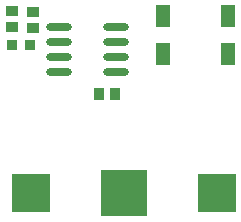
<source format=gbp>
G04*
G04 #@! TF.GenerationSoftware,Altium Limited,Altium Designer,18.1.9 (240)*
G04*
G04 Layer_Color=128*
%FSLAX25Y25*%
%MOIN*%
G70*
G01*
G75*
%ADD15R,0.03937X0.03543*%
%ADD17R,0.03347X0.03347*%
%ADD23R,0.03543X0.03937*%
%ADD86O,0.08661X0.02362*%
%ADD87R,0.12520X0.12520*%
%ADD88R,0.15590X0.15590*%
%ADD89R,0.05118X0.07480*%
D15*
X194095Y189311D02*
D03*
Y183996D02*
D03*
X201181Y189173D02*
D03*
Y183858D02*
D03*
D17*
X194095Y177953D02*
D03*
X200197D02*
D03*
D23*
X228543Y161811D02*
D03*
X223228D02*
D03*
D86*
X209819Y168996D02*
D03*
Y173996D02*
D03*
Y178996D02*
D03*
Y183996D02*
D03*
X228716Y168996D02*
D03*
Y173996D02*
D03*
Y178996D02*
D03*
Y183996D02*
D03*
D87*
X262480Y128642D02*
D03*
X200512D02*
D03*
D88*
X231496D02*
D03*
D89*
X266142Y175197D02*
D03*
Y187795D02*
D03*
X244488D02*
D03*
Y175197D02*
D03*
M02*

</source>
